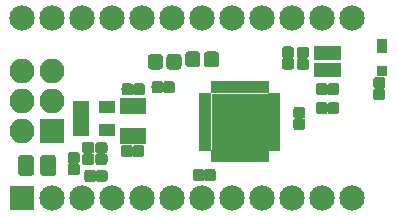
<source format=gbr>
G04 #@! TF.GenerationSoftware,KiCad,Pcbnew,(5.0.0)*
G04 #@! TF.CreationDate,2018-09-27T10:12:34-06:00*
G04 #@! TF.ProjectId,NRF52832 Base,4E5246353238333220426173652E6B69,rev?*
G04 #@! TF.SameCoordinates,Original*
G04 #@! TF.FileFunction,Soldermask,Top*
G04 #@! TF.FilePolarity,Negative*
%FSLAX46Y46*%
G04 Gerber Fmt 4.6, Leading zero omitted, Abs format (unit mm)*
G04 Created by KiCad (PCBNEW (5.0.0)) date 09/27/18 10:12:34*
%MOMM*%
%LPD*%
G01*
G04 APERTURE LIST*
%ADD10C,0.100000*%
%ADD11C,0.990000*%
%ADD12C,1.275000*%
%ADD13R,1.200000X1.300000*%
%ADD14R,2.200000X1.400000*%
%ADD15R,1.050000X0.600000*%
%ADD16R,0.600000X1.050000*%
%ADD17R,4.800000X4.800000*%
%ADD18R,0.900000X0.900000*%
%ADD19R,0.900000X1.300000*%
%ADD20R,2.152600X2.152600*%
%ADD21C,2.152600*%
%ADD22R,2.100000X2.100000*%
%ADD23O,2.100000X2.100000*%
%ADD24C,1.375000*%
%ADD25R,1.460000X1.050000*%
G04 APERTURE END LIST*
D10*
G04 #@! TO.C,C1*
G36*
X138668879Y-87413452D02*
X138692905Y-87417016D01*
X138716465Y-87422917D01*
X138739334Y-87431100D01*
X138761291Y-87441484D01*
X138782124Y-87453971D01*
X138801632Y-87468440D01*
X138819629Y-87484751D01*
X138835940Y-87502748D01*
X138850409Y-87522256D01*
X138862896Y-87543089D01*
X138873280Y-87565046D01*
X138881463Y-87587915D01*
X138887364Y-87611475D01*
X138890928Y-87635501D01*
X138892120Y-87659760D01*
X138892120Y-88204760D01*
X138890928Y-88229019D01*
X138887364Y-88253045D01*
X138881463Y-88276605D01*
X138873280Y-88299474D01*
X138862896Y-88321431D01*
X138850409Y-88342264D01*
X138835940Y-88361772D01*
X138819629Y-88379769D01*
X138801632Y-88396080D01*
X138782124Y-88410549D01*
X138761291Y-88423036D01*
X138739334Y-88433420D01*
X138716465Y-88441603D01*
X138692905Y-88447504D01*
X138668879Y-88451068D01*
X138644620Y-88452260D01*
X138149620Y-88452260D01*
X138125361Y-88451068D01*
X138101335Y-88447504D01*
X138077775Y-88441603D01*
X138054906Y-88433420D01*
X138032949Y-88423036D01*
X138012116Y-88410549D01*
X137992608Y-88396080D01*
X137974611Y-88379769D01*
X137958300Y-88361772D01*
X137943831Y-88342264D01*
X137931344Y-88321431D01*
X137920960Y-88299474D01*
X137912777Y-88276605D01*
X137906876Y-88253045D01*
X137903312Y-88229019D01*
X137902120Y-88204760D01*
X137902120Y-87659760D01*
X137903312Y-87635501D01*
X137906876Y-87611475D01*
X137912777Y-87587915D01*
X137920960Y-87565046D01*
X137931344Y-87543089D01*
X137943831Y-87522256D01*
X137958300Y-87502748D01*
X137974611Y-87484751D01*
X137992608Y-87468440D01*
X138012116Y-87453971D01*
X138032949Y-87441484D01*
X138054906Y-87431100D01*
X138077775Y-87422917D01*
X138101335Y-87417016D01*
X138125361Y-87413452D01*
X138149620Y-87412260D01*
X138644620Y-87412260D01*
X138668879Y-87413452D01*
X138668879Y-87413452D01*
G37*
D11*
X138397120Y-87932260D03*
D10*
G36*
X139638879Y-87413452D02*
X139662905Y-87417016D01*
X139686465Y-87422917D01*
X139709334Y-87431100D01*
X139731291Y-87441484D01*
X139752124Y-87453971D01*
X139771632Y-87468440D01*
X139789629Y-87484751D01*
X139805940Y-87502748D01*
X139820409Y-87522256D01*
X139832896Y-87543089D01*
X139843280Y-87565046D01*
X139851463Y-87587915D01*
X139857364Y-87611475D01*
X139860928Y-87635501D01*
X139862120Y-87659760D01*
X139862120Y-88204760D01*
X139860928Y-88229019D01*
X139857364Y-88253045D01*
X139851463Y-88276605D01*
X139843280Y-88299474D01*
X139832896Y-88321431D01*
X139820409Y-88342264D01*
X139805940Y-88361772D01*
X139789629Y-88379769D01*
X139771632Y-88396080D01*
X139752124Y-88410549D01*
X139731291Y-88423036D01*
X139709334Y-88433420D01*
X139686465Y-88441603D01*
X139662905Y-88447504D01*
X139638879Y-88451068D01*
X139614620Y-88452260D01*
X139119620Y-88452260D01*
X139095361Y-88451068D01*
X139071335Y-88447504D01*
X139047775Y-88441603D01*
X139024906Y-88433420D01*
X139002949Y-88423036D01*
X138982116Y-88410549D01*
X138962608Y-88396080D01*
X138944611Y-88379769D01*
X138928300Y-88361772D01*
X138913831Y-88342264D01*
X138901344Y-88321431D01*
X138890960Y-88299474D01*
X138882777Y-88276605D01*
X138876876Y-88253045D01*
X138873312Y-88229019D01*
X138872120Y-88204760D01*
X138872120Y-87659760D01*
X138873312Y-87635501D01*
X138876876Y-87611475D01*
X138882777Y-87587915D01*
X138890960Y-87565046D01*
X138901344Y-87543089D01*
X138913831Y-87522256D01*
X138928300Y-87502748D01*
X138944611Y-87484751D01*
X138962608Y-87468440D01*
X138982116Y-87453971D01*
X139002949Y-87441484D01*
X139024906Y-87431100D01*
X139047775Y-87422917D01*
X139071335Y-87417016D01*
X139095361Y-87413452D01*
X139119620Y-87412260D01*
X139614620Y-87412260D01*
X139638879Y-87413452D01*
X139638879Y-87413452D01*
G37*
D11*
X139367120Y-87932260D03*
G04 #@! TD*
D10*
G04 #@! TO.C,C2*
G36*
X137088459Y-84337252D02*
X137112485Y-84340816D01*
X137136045Y-84346717D01*
X137158914Y-84354900D01*
X137180871Y-84365284D01*
X137201704Y-84377771D01*
X137221212Y-84392240D01*
X137239209Y-84408551D01*
X137255520Y-84426548D01*
X137269989Y-84446056D01*
X137282476Y-84466889D01*
X137292860Y-84488846D01*
X137301043Y-84511715D01*
X137306944Y-84535275D01*
X137310508Y-84559301D01*
X137311700Y-84583560D01*
X137311700Y-85078560D01*
X137310508Y-85102819D01*
X137306944Y-85126845D01*
X137301043Y-85150405D01*
X137292860Y-85173274D01*
X137282476Y-85195231D01*
X137269989Y-85216064D01*
X137255520Y-85235572D01*
X137239209Y-85253569D01*
X137221212Y-85269880D01*
X137201704Y-85284349D01*
X137180871Y-85296836D01*
X137158914Y-85307220D01*
X137136045Y-85315403D01*
X137112485Y-85321304D01*
X137088459Y-85324868D01*
X137064200Y-85326060D01*
X136519200Y-85326060D01*
X136494941Y-85324868D01*
X136470915Y-85321304D01*
X136447355Y-85315403D01*
X136424486Y-85307220D01*
X136402529Y-85296836D01*
X136381696Y-85284349D01*
X136362188Y-85269880D01*
X136344191Y-85253569D01*
X136327880Y-85235572D01*
X136313411Y-85216064D01*
X136300924Y-85195231D01*
X136290540Y-85173274D01*
X136282357Y-85150405D01*
X136276456Y-85126845D01*
X136272892Y-85102819D01*
X136271700Y-85078560D01*
X136271700Y-84583560D01*
X136272892Y-84559301D01*
X136276456Y-84535275D01*
X136282357Y-84511715D01*
X136290540Y-84488846D01*
X136300924Y-84466889D01*
X136313411Y-84446056D01*
X136327880Y-84426548D01*
X136344191Y-84408551D01*
X136362188Y-84392240D01*
X136381696Y-84377771D01*
X136402529Y-84365284D01*
X136424486Y-84354900D01*
X136447355Y-84346717D01*
X136470915Y-84340816D01*
X136494941Y-84337252D01*
X136519200Y-84336060D01*
X137064200Y-84336060D01*
X137088459Y-84337252D01*
X137088459Y-84337252D01*
G37*
D11*
X136791700Y-84831060D03*
D10*
G36*
X137088459Y-85307252D02*
X137112485Y-85310816D01*
X137136045Y-85316717D01*
X137158914Y-85324900D01*
X137180871Y-85335284D01*
X137201704Y-85347771D01*
X137221212Y-85362240D01*
X137239209Y-85378551D01*
X137255520Y-85396548D01*
X137269989Y-85416056D01*
X137282476Y-85436889D01*
X137292860Y-85458846D01*
X137301043Y-85481715D01*
X137306944Y-85505275D01*
X137310508Y-85529301D01*
X137311700Y-85553560D01*
X137311700Y-86048560D01*
X137310508Y-86072819D01*
X137306944Y-86096845D01*
X137301043Y-86120405D01*
X137292860Y-86143274D01*
X137282476Y-86165231D01*
X137269989Y-86186064D01*
X137255520Y-86205572D01*
X137239209Y-86223569D01*
X137221212Y-86239880D01*
X137201704Y-86254349D01*
X137180871Y-86266836D01*
X137158914Y-86277220D01*
X137136045Y-86285403D01*
X137112485Y-86291304D01*
X137088459Y-86294868D01*
X137064200Y-86296060D01*
X136519200Y-86296060D01*
X136494941Y-86294868D01*
X136470915Y-86291304D01*
X136447355Y-86285403D01*
X136424486Y-86277220D01*
X136402529Y-86266836D01*
X136381696Y-86254349D01*
X136362188Y-86239880D01*
X136344191Y-86223569D01*
X136327880Y-86205572D01*
X136313411Y-86186064D01*
X136300924Y-86165231D01*
X136290540Y-86143274D01*
X136282357Y-86120405D01*
X136276456Y-86096845D01*
X136272892Y-86072819D01*
X136271700Y-86048560D01*
X136271700Y-85553560D01*
X136272892Y-85529301D01*
X136276456Y-85505275D01*
X136282357Y-85481715D01*
X136290540Y-85458846D01*
X136300924Y-85436889D01*
X136313411Y-85416056D01*
X136327880Y-85396548D01*
X136344191Y-85378551D01*
X136362188Y-85362240D01*
X136381696Y-85347771D01*
X136402529Y-85335284D01*
X136424486Y-85324900D01*
X136447355Y-85316717D01*
X136470915Y-85310816D01*
X136494941Y-85307252D01*
X136519200Y-85306060D01*
X137064200Y-85306060D01*
X137088459Y-85307252D01*
X137088459Y-85307252D01*
G37*
D11*
X136791700Y-85801060D03*
G04 #@! TD*
D10*
G04 #@! TO.C,C3*
G36*
X136793819Y-89429952D02*
X136817845Y-89433516D01*
X136841405Y-89439417D01*
X136864274Y-89447600D01*
X136886231Y-89457984D01*
X136907064Y-89470471D01*
X136926572Y-89484940D01*
X136944569Y-89501251D01*
X136960880Y-89519248D01*
X136975349Y-89538756D01*
X136987836Y-89559589D01*
X136998220Y-89581546D01*
X137006403Y-89604415D01*
X137012304Y-89627975D01*
X137015868Y-89652001D01*
X137017060Y-89676260D01*
X137017060Y-90171260D01*
X137015868Y-90195519D01*
X137012304Y-90219545D01*
X137006403Y-90243105D01*
X136998220Y-90265974D01*
X136987836Y-90287931D01*
X136975349Y-90308764D01*
X136960880Y-90328272D01*
X136944569Y-90346269D01*
X136926572Y-90362580D01*
X136907064Y-90377049D01*
X136886231Y-90389536D01*
X136864274Y-90399920D01*
X136841405Y-90408103D01*
X136817845Y-90414004D01*
X136793819Y-90417568D01*
X136769560Y-90418760D01*
X136224560Y-90418760D01*
X136200301Y-90417568D01*
X136176275Y-90414004D01*
X136152715Y-90408103D01*
X136129846Y-90399920D01*
X136107889Y-90389536D01*
X136087056Y-90377049D01*
X136067548Y-90362580D01*
X136049551Y-90346269D01*
X136033240Y-90328272D01*
X136018771Y-90308764D01*
X136006284Y-90287931D01*
X135995900Y-90265974D01*
X135987717Y-90243105D01*
X135981816Y-90219545D01*
X135978252Y-90195519D01*
X135977060Y-90171260D01*
X135977060Y-89676260D01*
X135978252Y-89652001D01*
X135981816Y-89627975D01*
X135987717Y-89604415D01*
X135995900Y-89581546D01*
X136006284Y-89559589D01*
X136018771Y-89538756D01*
X136033240Y-89519248D01*
X136049551Y-89501251D01*
X136067548Y-89484940D01*
X136087056Y-89470471D01*
X136107889Y-89457984D01*
X136129846Y-89447600D01*
X136152715Y-89439417D01*
X136176275Y-89433516D01*
X136200301Y-89429952D01*
X136224560Y-89428760D01*
X136769560Y-89428760D01*
X136793819Y-89429952D01*
X136793819Y-89429952D01*
G37*
D11*
X136497060Y-89923760D03*
D10*
G36*
X136793819Y-90399952D02*
X136817845Y-90403516D01*
X136841405Y-90409417D01*
X136864274Y-90417600D01*
X136886231Y-90427984D01*
X136907064Y-90440471D01*
X136926572Y-90454940D01*
X136944569Y-90471251D01*
X136960880Y-90489248D01*
X136975349Y-90508756D01*
X136987836Y-90529589D01*
X136998220Y-90551546D01*
X137006403Y-90574415D01*
X137012304Y-90597975D01*
X137015868Y-90622001D01*
X137017060Y-90646260D01*
X137017060Y-91141260D01*
X137015868Y-91165519D01*
X137012304Y-91189545D01*
X137006403Y-91213105D01*
X136998220Y-91235974D01*
X136987836Y-91257931D01*
X136975349Y-91278764D01*
X136960880Y-91298272D01*
X136944569Y-91316269D01*
X136926572Y-91332580D01*
X136907064Y-91347049D01*
X136886231Y-91359536D01*
X136864274Y-91369920D01*
X136841405Y-91378103D01*
X136817845Y-91384004D01*
X136793819Y-91387568D01*
X136769560Y-91388760D01*
X136224560Y-91388760D01*
X136200301Y-91387568D01*
X136176275Y-91384004D01*
X136152715Y-91378103D01*
X136129846Y-91369920D01*
X136107889Y-91359536D01*
X136087056Y-91347049D01*
X136067548Y-91332580D01*
X136049551Y-91316269D01*
X136033240Y-91298272D01*
X136018771Y-91278764D01*
X136006284Y-91257931D01*
X135995900Y-91235974D01*
X135987717Y-91213105D01*
X135981816Y-91189545D01*
X135978252Y-91165519D01*
X135977060Y-91141260D01*
X135977060Y-90646260D01*
X135978252Y-90622001D01*
X135981816Y-90597975D01*
X135987717Y-90574415D01*
X135995900Y-90551546D01*
X136006284Y-90529589D01*
X136018771Y-90508756D01*
X136033240Y-90489248D01*
X136049551Y-90471251D01*
X136067548Y-90454940D01*
X136087056Y-90440471D01*
X136107889Y-90427984D01*
X136129846Y-90417600D01*
X136152715Y-90409417D01*
X136176275Y-90403516D01*
X136200301Y-90399952D01*
X136224560Y-90398760D01*
X136769560Y-90398760D01*
X136793819Y-90399952D01*
X136793819Y-90399952D01*
G37*
D11*
X136497060Y-90893760D03*
G04 #@! TD*
D10*
G04 #@! TO.C,C4*
G36*
X124754759Y-87238192D02*
X124778785Y-87241756D01*
X124802345Y-87247657D01*
X124825214Y-87255840D01*
X124847171Y-87266224D01*
X124868004Y-87278711D01*
X124887512Y-87293180D01*
X124905509Y-87309491D01*
X124921820Y-87327488D01*
X124936289Y-87346996D01*
X124948776Y-87367829D01*
X124959160Y-87389786D01*
X124967343Y-87412655D01*
X124973244Y-87436215D01*
X124976808Y-87460241D01*
X124978000Y-87484500D01*
X124978000Y-88029500D01*
X124976808Y-88053759D01*
X124973244Y-88077785D01*
X124967343Y-88101345D01*
X124959160Y-88124214D01*
X124948776Y-88146171D01*
X124936289Y-88167004D01*
X124921820Y-88186512D01*
X124905509Y-88204509D01*
X124887512Y-88220820D01*
X124868004Y-88235289D01*
X124847171Y-88247776D01*
X124825214Y-88258160D01*
X124802345Y-88266343D01*
X124778785Y-88272244D01*
X124754759Y-88275808D01*
X124730500Y-88277000D01*
X124235500Y-88277000D01*
X124211241Y-88275808D01*
X124187215Y-88272244D01*
X124163655Y-88266343D01*
X124140786Y-88258160D01*
X124118829Y-88247776D01*
X124097996Y-88235289D01*
X124078488Y-88220820D01*
X124060491Y-88204509D01*
X124044180Y-88186512D01*
X124029711Y-88167004D01*
X124017224Y-88146171D01*
X124006840Y-88124214D01*
X123998657Y-88101345D01*
X123992756Y-88077785D01*
X123989192Y-88053759D01*
X123988000Y-88029500D01*
X123988000Y-87484500D01*
X123989192Y-87460241D01*
X123992756Y-87436215D01*
X123998657Y-87412655D01*
X124006840Y-87389786D01*
X124017224Y-87367829D01*
X124029711Y-87346996D01*
X124044180Y-87327488D01*
X124060491Y-87309491D01*
X124078488Y-87293180D01*
X124097996Y-87278711D01*
X124118829Y-87266224D01*
X124140786Y-87255840D01*
X124163655Y-87247657D01*
X124187215Y-87241756D01*
X124211241Y-87238192D01*
X124235500Y-87237000D01*
X124730500Y-87237000D01*
X124754759Y-87238192D01*
X124754759Y-87238192D01*
G37*
D11*
X124483000Y-87757000D03*
D10*
G36*
X125724759Y-87238192D02*
X125748785Y-87241756D01*
X125772345Y-87247657D01*
X125795214Y-87255840D01*
X125817171Y-87266224D01*
X125838004Y-87278711D01*
X125857512Y-87293180D01*
X125875509Y-87309491D01*
X125891820Y-87327488D01*
X125906289Y-87346996D01*
X125918776Y-87367829D01*
X125929160Y-87389786D01*
X125937343Y-87412655D01*
X125943244Y-87436215D01*
X125946808Y-87460241D01*
X125948000Y-87484500D01*
X125948000Y-88029500D01*
X125946808Y-88053759D01*
X125943244Y-88077785D01*
X125937343Y-88101345D01*
X125929160Y-88124214D01*
X125918776Y-88146171D01*
X125906289Y-88167004D01*
X125891820Y-88186512D01*
X125875509Y-88204509D01*
X125857512Y-88220820D01*
X125838004Y-88235289D01*
X125817171Y-88247776D01*
X125795214Y-88258160D01*
X125772345Y-88266343D01*
X125748785Y-88272244D01*
X125724759Y-88275808D01*
X125700500Y-88277000D01*
X125205500Y-88277000D01*
X125181241Y-88275808D01*
X125157215Y-88272244D01*
X125133655Y-88266343D01*
X125110786Y-88258160D01*
X125088829Y-88247776D01*
X125067996Y-88235289D01*
X125048488Y-88220820D01*
X125030491Y-88204509D01*
X125014180Y-88186512D01*
X124999711Y-88167004D01*
X124987224Y-88146171D01*
X124976840Y-88124214D01*
X124968657Y-88101345D01*
X124962756Y-88077785D01*
X124959192Y-88053759D01*
X124958000Y-88029500D01*
X124958000Y-87484500D01*
X124959192Y-87460241D01*
X124962756Y-87436215D01*
X124968657Y-87412655D01*
X124976840Y-87389786D01*
X124987224Y-87367829D01*
X124999711Y-87346996D01*
X125014180Y-87327488D01*
X125030491Y-87309491D01*
X125048488Y-87293180D01*
X125067996Y-87278711D01*
X125088829Y-87266224D01*
X125110786Y-87255840D01*
X125133655Y-87247657D01*
X125157215Y-87241756D01*
X125181241Y-87238192D01*
X125205500Y-87237000D01*
X125700500Y-87237000D01*
X125724759Y-87238192D01*
X125724759Y-87238192D01*
G37*
D11*
X125453000Y-87757000D03*
G04 #@! TD*
D10*
G04 #@! TO.C,C5*
G36*
X129202159Y-94680392D02*
X129226185Y-94683956D01*
X129249745Y-94689857D01*
X129272614Y-94698040D01*
X129294571Y-94708424D01*
X129315404Y-94720911D01*
X129334912Y-94735380D01*
X129352909Y-94751691D01*
X129369220Y-94769688D01*
X129383689Y-94789196D01*
X129396176Y-94810029D01*
X129406560Y-94831986D01*
X129414743Y-94854855D01*
X129420644Y-94878415D01*
X129424208Y-94902441D01*
X129425400Y-94926700D01*
X129425400Y-95471700D01*
X129424208Y-95495959D01*
X129420644Y-95519985D01*
X129414743Y-95543545D01*
X129406560Y-95566414D01*
X129396176Y-95588371D01*
X129383689Y-95609204D01*
X129369220Y-95628712D01*
X129352909Y-95646709D01*
X129334912Y-95663020D01*
X129315404Y-95677489D01*
X129294571Y-95689976D01*
X129272614Y-95700360D01*
X129249745Y-95708543D01*
X129226185Y-95714444D01*
X129202159Y-95718008D01*
X129177900Y-95719200D01*
X128682900Y-95719200D01*
X128658641Y-95718008D01*
X128634615Y-95714444D01*
X128611055Y-95708543D01*
X128588186Y-95700360D01*
X128566229Y-95689976D01*
X128545396Y-95677489D01*
X128525888Y-95663020D01*
X128507891Y-95646709D01*
X128491580Y-95628712D01*
X128477111Y-95609204D01*
X128464624Y-95588371D01*
X128454240Y-95566414D01*
X128446057Y-95543545D01*
X128440156Y-95519985D01*
X128436592Y-95495959D01*
X128435400Y-95471700D01*
X128435400Y-94926700D01*
X128436592Y-94902441D01*
X128440156Y-94878415D01*
X128446057Y-94854855D01*
X128454240Y-94831986D01*
X128464624Y-94810029D01*
X128477111Y-94789196D01*
X128491580Y-94769688D01*
X128507891Y-94751691D01*
X128525888Y-94735380D01*
X128545396Y-94720911D01*
X128566229Y-94708424D01*
X128588186Y-94698040D01*
X128611055Y-94689857D01*
X128634615Y-94683956D01*
X128658641Y-94680392D01*
X128682900Y-94679200D01*
X129177900Y-94679200D01*
X129202159Y-94680392D01*
X129202159Y-94680392D01*
G37*
D11*
X128930400Y-95199200D03*
D10*
G36*
X128232159Y-94680392D02*
X128256185Y-94683956D01*
X128279745Y-94689857D01*
X128302614Y-94698040D01*
X128324571Y-94708424D01*
X128345404Y-94720911D01*
X128364912Y-94735380D01*
X128382909Y-94751691D01*
X128399220Y-94769688D01*
X128413689Y-94789196D01*
X128426176Y-94810029D01*
X128436560Y-94831986D01*
X128444743Y-94854855D01*
X128450644Y-94878415D01*
X128454208Y-94902441D01*
X128455400Y-94926700D01*
X128455400Y-95471700D01*
X128454208Y-95495959D01*
X128450644Y-95519985D01*
X128444743Y-95543545D01*
X128436560Y-95566414D01*
X128426176Y-95588371D01*
X128413689Y-95609204D01*
X128399220Y-95628712D01*
X128382909Y-95646709D01*
X128364912Y-95663020D01*
X128345404Y-95677489D01*
X128324571Y-95689976D01*
X128302614Y-95700360D01*
X128279745Y-95708543D01*
X128256185Y-95714444D01*
X128232159Y-95718008D01*
X128207900Y-95719200D01*
X127712900Y-95719200D01*
X127688641Y-95718008D01*
X127664615Y-95714444D01*
X127641055Y-95708543D01*
X127618186Y-95700360D01*
X127596229Y-95689976D01*
X127575396Y-95677489D01*
X127555888Y-95663020D01*
X127537891Y-95646709D01*
X127521580Y-95628712D01*
X127507111Y-95609204D01*
X127494624Y-95588371D01*
X127484240Y-95566414D01*
X127476057Y-95543545D01*
X127470156Y-95519985D01*
X127466592Y-95495959D01*
X127465400Y-95471700D01*
X127465400Y-94926700D01*
X127466592Y-94902441D01*
X127470156Y-94878415D01*
X127476057Y-94854855D01*
X127484240Y-94831986D01*
X127494624Y-94810029D01*
X127507111Y-94789196D01*
X127521580Y-94769688D01*
X127537891Y-94751691D01*
X127555888Y-94735380D01*
X127575396Y-94720911D01*
X127596229Y-94708424D01*
X127618186Y-94698040D01*
X127641055Y-94689857D01*
X127664615Y-94683956D01*
X127688641Y-94680392D01*
X127712900Y-94679200D01*
X128207900Y-94679200D01*
X128232159Y-94680392D01*
X128232159Y-94680392D01*
G37*
D11*
X127960400Y-95199200D03*
G04 #@! TD*
D10*
G04 #@! TO.C,C7*
G36*
X139641559Y-89016192D02*
X139665585Y-89019756D01*
X139689145Y-89025657D01*
X139712014Y-89033840D01*
X139733971Y-89044224D01*
X139754804Y-89056711D01*
X139774312Y-89071180D01*
X139792309Y-89087491D01*
X139808620Y-89105488D01*
X139823089Y-89124996D01*
X139835576Y-89145829D01*
X139845960Y-89167786D01*
X139854143Y-89190655D01*
X139860044Y-89214215D01*
X139863608Y-89238241D01*
X139864800Y-89262500D01*
X139864800Y-89807500D01*
X139863608Y-89831759D01*
X139860044Y-89855785D01*
X139854143Y-89879345D01*
X139845960Y-89902214D01*
X139835576Y-89924171D01*
X139823089Y-89945004D01*
X139808620Y-89964512D01*
X139792309Y-89982509D01*
X139774312Y-89998820D01*
X139754804Y-90013289D01*
X139733971Y-90025776D01*
X139712014Y-90036160D01*
X139689145Y-90044343D01*
X139665585Y-90050244D01*
X139641559Y-90053808D01*
X139617300Y-90055000D01*
X139122300Y-90055000D01*
X139098041Y-90053808D01*
X139074015Y-90050244D01*
X139050455Y-90044343D01*
X139027586Y-90036160D01*
X139005629Y-90025776D01*
X138984796Y-90013289D01*
X138965288Y-89998820D01*
X138947291Y-89982509D01*
X138930980Y-89964512D01*
X138916511Y-89945004D01*
X138904024Y-89924171D01*
X138893640Y-89902214D01*
X138885457Y-89879345D01*
X138879556Y-89855785D01*
X138875992Y-89831759D01*
X138874800Y-89807500D01*
X138874800Y-89262500D01*
X138875992Y-89238241D01*
X138879556Y-89214215D01*
X138885457Y-89190655D01*
X138893640Y-89167786D01*
X138904024Y-89145829D01*
X138916511Y-89124996D01*
X138930980Y-89105488D01*
X138947291Y-89087491D01*
X138965288Y-89071180D01*
X138984796Y-89056711D01*
X139005629Y-89044224D01*
X139027586Y-89033840D01*
X139050455Y-89025657D01*
X139074015Y-89019756D01*
X139098041Y-89016192D01*
X139122300Y-89015000D01*
X139617300Y-89015000D01*
X139641559Y-89016192D01*
X139641559Y-89016192D01*
G37*
D11*
X139369800Y-89535000D03*
D10*
G36*
X138671559Y-89016192D02*
X138695585Y-89019756D01*
X138719145Y-89025657D01*
X138742014Y-89033840D01*
X138763971Y-89044224D01*
X138784804Y-89056711D01*
X138804312Y-89071180D01*
X138822309Y-89087491D01*
X138838620Y-89105488D01*
X138853089Y-89124996D01*
X138865576Y-89145829D01*
X138875960Y-89167786D01*
X138884143Y-89190655D01*
X138890044Y-89214215D01*
X138893608Y-89238241D01*
X138894800Y-89262500D01*
X138894800Y-89807500D01*
X138893608Y-89831759D01*
X138890044Y-89855785D01*
X138884143Y-89879345D01*
X138875960Y-89902214D01*
X138865576Y-89924171D01*
X138853089Y-89945004D01*
X138838620Y-89964512D01*
X138822309Y-89982509D01*
X138804312Y-89998820D01*
X138784804Y-90013289D01*
X138763971Y-90025776D01*
X138742014Y-90036160D01*
X138719145Y-90044343D01*
X138695585Y-90050244D01*
X138671559Y-90053808D01*
X138647300Y-90055000D01*
X138152300Y-90055000D01*
X138128041Y-90053808D01*
X138104015Y-90050244D01*
X138080455Y-90044343D01*
X138057586Y-90036160D01*
X138035629Y-90025776D01*
X138014796Y-90013289D01*
X137995288Y-89998820D01*
X137977291Y-89982509D01*
X137960980Y-89964512D01*
X137946511Y-89945004D01*
X137934024Y-89924171D01*
X137923640Y-89902214D01*
X137915457Y-89879345D01*
X137909556Y-89855785D01*
X137905992Y-89831759D01*
X137904800Y-89807500D01*
X137904800Y-89262500D01*
X137905992Y-89238241D01*
X137909556Y-89214215D01*
X137915457Y-89190655D01*
X137923640Y-89167786D01*
X137934024Y-89145829D01*
X137946511Y-89124996D01*
X137960980Y-89105488D01*
X137977291Y-89087491D01*
X137995288Y-89071180D01*
X138014796Y-89056711D01*
X138035629Y-89044224D01*
X138057586Y-89033840D01*
X138080455Y-89025657D01*
X138104015Y-89019756D01*
X138128041Y-89016192D01*
X138152300Y-89015000D01*
X138647300Y-89015000D01*
X138671559Y-89016192D01*
X138671559Y-89016192D01*
G37*
D11*
X138399800Y-89535000D03*
G04 #@! TD*
D10*
G04 #@! TO.C,C8*
G36*
X135831159Y-85284392D02*
X135855185Y-85287956D01*
X135878745Y-85293857D01*
X135901614Y-85302040D01*
X135923571Y-85312424D01*
X135944404Y-85324911D01*
X135963912Y-85339380D01*
X135981909Y-85355691D01*
X135998220Y-85373688D01*
X136012689Y-85393196D01*
X136025176Y-85414029D01*
X136035560Y-85435986D01*
X136043743Y-85458855D01*
X136049644Y-85482415D01*
X136053208Y-85506441D01*
X136054400Y-85530700D01*
X136054400Y-86025700D01*
X136053208Y-86049959D01*
X136049644Y-86073985D01*
X136043743Y-86097545D01*
X136035560Y-86120414D01*
X136025176Y-86142371D01*
X136012689Y-86163204D01*
X135998220Y-86182712D01*
X135981909Y-86200709D01*
X135963912Y-86217020D01*
X135944404Y-86231489D01*
X135923571Y-86243976D01*
X135901614Y-86254360D01*
X135878745Y-86262543D01*
X135855185Y-86268444D01*
X135831159Y-86272008D01*
X135806900Y-86273200D01*
X135261900Y-86273200D01*
X135237641Y-86272008D01*
X135213615Y-86268444D01*
X135190055Y-86262543D01*
X135167186Y-86254360D01*
X135145229Y-86243976D01*
X135124396Y-86231489D01*
X135104888Y-86217020D01*
X135086891Y-86200709D01*
X135070580Y-86182712D01*
X135056111Y-86163204D01*
X135043624Y-86142371D01*
X135033240Y-86120414D01*
X135025057Y-86097545D01*
X135019156Y-86073985D01*
X135015592Y-86049959D01*
X135014400Y-86025700D01*
X135014400Y-85530700D01*
X135015592Y-85506441D01*
X135019156Y-85482415D01*
X135025057Y-85458855D01*
X135033240Y-85435986D01*
X135043624Y-85414029D01*
X135056111Y-85393196D01*
X135070580Y-85373688D01*
X135086891Y-85355691D01*
X135104888Y-85339380D01*
X135124396Y-85324911D01*
X135145229Y-85312424D01*
X135167186Y-85302040D01*
X135190055Y-85293857D01*
X135213615Y-85287956D01*
X135237641Y-85284392D01*
X135261900Y-85283200D01*
X135806900Y-85283200D01*
X135831159Y-85284392D01*
X135831159Y-85284392D01*
G37*
D11*
X135534400Y-85778200D03*
D10*
G36*
X135831159Y-84314392D02*
X135855185Y-84317956D01*
X135878745Y-84323857D01*
X135901614Y-84332040D01*
X135923571Y-84342424D01*
X135944404Y-84354911D01*
X135963912Y-84369380D01*
X135981909Y-84385691D01*
X135998220Y-84403688D01*
X136012689Y-84423196D01*
X136025176Y-84444029D01*
X136035560Y-84465986D01*
X136043743Y-84488855D01*
X136049644Y-84512415D01*
X136053208Y-84536441D01*
X136054400Y-84560700D01*
X136054400Y-85055700D01*
X136053208Y-85079959D01*
X136049644Y-85103985D01*
X136043743Y-85127545D01*
X136035560Y-85150414D01*
X136025176Y-85172371D01*
X136012689Y-85193204D01*
X135998220Y-85212712D01*
X135981909Y-85230709D01*
X135963912Y-85247020D01*
X135944404Y-85261489D01*
X135923571Y-85273976D01*
X135901614Y-85284360D01*
X135878745Y-85292543D01*
X135855185Y-85298444D01*
X135831159Y-85302008D01*
X135806900Y-85303200D01*
X135261900Y-85303200D01*
X135237641Y-85302008D01*
X135213615Y-85298444D01*
X135190055Y-85292543D01*
X135167186Y-85284360D01*
X135145229Y-85273976D01*
X135124396Y-85261489D01*
X135104888Y-85247020D01*
X135086891Y-85230709D01*
X135070580Y-85212712D01*
X135056111Y-85193204D01*
X135043624Y-85172371D01*
X135033240Y-85150414D01*
X135025057Y-85127545D01*
X135019156Y-85103985D01*
X135015592Y-85079959D01*
X135014400Y-85055700D01*
X135014400Y-84560700D01*
X135015592Y-84536441D01*
X135019156Y-84512415D01*
X135025057Y-84488855D01*
X135033240Y-84465986D01*
X135043624Y-84444029D01*
X135056111Y-84423196D01*
X135070580Y-84403688D01*
X135086891Y-84385691D01*
X135104888Y-84369380D01*
X135124396Y-84354911D01*
X135145229Y-84342424D01*
X135167186Y-84332040D01*
X135190055Y-84323857D01*
X135213615Y-84317956D01*
X135237641Y-84314392D01*
X135261900Y-84313200D01*
X135806900Y-84313200D01*
X135831159Y-84314392D01*
X135831159Y-84314392D01*
G37*
D11*
X135534400Y-84808200D03*
G04 #@! TD*
D10*
G04 #@! TO.C,C9*
G36*
X124657493Y-84924535D02*
X124688435Y-84929125D01*
X124718778Y-84936725D01*
X124748230Y-84947263D01*
X124776508Y-84960638D01*
X124803338Y-84976719D01*
X124828463Y-84995353D01*
X124851640Y-85016360D01*
X124872647Y-85039537D01*
X124891281Y-85064662D01*
X124907362Y-85091492D01*
X124920737Y-85119770D01*
X124931275Y-85149222D01*
X124938875Y-85179565D01*
X124943465Y-85210507D01*
X124945000Y-85241750D01*
X124945000Y-85954250D01*
X124943465Y-85985493D01*
X124938875Y-86016435D01*
X124931275Y-86046778D01*
X124920737Y-86076230D01*
X124907362Y-86104508D01*
X124891281Y-86131338D01*
X124872647Y-86156463D01*
X124851640Y-86179640D01*
X124828463Y-86200647D01*
X124803338Y-86219281D01*
X124776508Y-86235362D01*
X124748230Y-86248737D01*
X124718778Y-86259275D01*
X124688435Y-86266875D01*
X124657493Y-86271465D01*
X124626250Y-86273000D01*
X123988750Y-86273000D01*
X123957507Y-86271465D01*
X123926565Y-86266875D01*
X123896222Y-86259275D01*
X123866770Y-86248737D01*
X123838492Y-86235362D01*
X123811662Y-86219281D01*
X123786537Y-86200647D01*
X123763360Y-86179640D01*
X123742353Y-86156463D01*
X123723719Y-86131338D01*
X123707638Y-86104508D01*
X123694263Y-86076230D01*
X123683725Y-86046778D01*
X123676125Y-86016435D01*
X123671535Y-85985493D01*
X123670000Y-85954250D01*
X123670000Y-85241750D01*
X123671535Y-85210507D01*
X123676125Y-85179565D01*
X123683725Y-85149222D01*
X123694263Y-85119770D01*
X123707638Y-85091492D01*
X123723719Y-85064662D01*
X123742353Y-85039537D01*
X123763360Y-85016360D01*
X123786537Y-84995353D01*
X123811662Y-84976719D01*
X123838492Y-84960638D01*
X123866770Y-84947263D01*
X123896222Y-84936725D01*
X123926565Y-84929125D01*
X123957507Y-84924535D01*
X123988750Y-84923000D01*
X124626250Y-84923000D01*
X124657493Y-84924535D01*
X124657493Y-84924535D01*
G37*
D12*
X124307500Y-85598000D03*
D10*
G36*
X126232493Y-84924535D02*
X126263435Y-84929125D01*
X126293778Y-84936725D01*
X126323230Y-84947263D01*
X126351508Y-84960638D01*
X126378338Y-84976719D01*
X126403463Y-84995353D01*
X126426640Y-85016360D01*
X126447647Y-85039537D01*
X126466281Y-85064662D01*
X126482362Y-85091492D01*
X126495737Y-85119770D01*
X126506275Y-85149222D01*
X126513875Y-85179565D01*
X126518465Y-85210507D01*
X126520000Y-85241750D01*
X126520000Y-85954250D01*
X126518465Y-85985493D01*
X126513875Y-86016435D01*
X126506275Y-86046778D01*
X126495737Y-86076230D01*
X126482362Y-86104508D01*
X126466281Y-86131338D01*
X126447647Y-86156463D01*
X126426640Y-86179640D01*
X126403463Y-86200647D01*
X126378338Y-86219281D01*
X126351508Y-86235362D01*
X126323230Y-86248737D01*
X126293778Y-86259275D01*
X126263435Y-86266875D01*
X126232493Y-86271465D01*
X126201250Y-86273000D01*
X125563750Y-86273000D01*
X125532507Y-86271465D01*
X125501565Y-86266875D01*
X125471222Y-86259275D01*
X125441770Y-86248737D01*
X125413492Y-86235362D01*
X125386662Y-86219281D01*
X125361537Y-86200647D01*
X125338360Y-86179640D01*
X125317353Y-86156463D01*
X125298719Y-86131338D01*
X125282638Y-86104508D01*
X125269263Y-86076230D01*
X125258725Y-86046778D01*
X125251125Y-86016435D01*
X125246535Y-85985493D01*
X125245000Y-85954250D01*
X125245000Y-85241750D01*
X125246535Y-85210507D01*
X125251125Y-85179565D01*
X125258725Y-85149222D01*
X125269263Y-85119770D01*
X125282638Y-85091492D01*
X125298719Y-85064662D01*
X125317353Y-85039537D01*
X125338360Y-85016360D01*
X125361537Y-84995353D01*
X125386662Y-84976719D01*
X125413492Y-84960638D01*
X125441770Y-84947263D01*
X125471222Y-84936725D01*
X125501565Y-84929125D01*
X125532507Y-84924535D01*
X125563750Y-84923000D01*
X126201250Y-84923000D01*
X126232493Y-84924535D01*
X126232493Y-84924535D01*
G37*
D12*
X125882500Y-85598000D03*
G04 #@! TD*
D10*
G04 #@! TO.C,C10*
G36*
X127832493Y-84721335D02*
X127863435Y-84725925D01*
X127893778Y-84733525D01*
X127923230Y-84744063D01*
X127951508Y-84757438D01*
X127978338Y-84773519D01*
X128003463Y-84792153D01*
X128026640Y-84813160D01*
X128047647Y-84836337D01*
X128066281Y-84861462D01*
X128082362Y-84888292D01*
X128095737Y-84916570D01*
X128106275Y-84946022D01*
X128113875Y-84976365D01*
X128118465Y-85007307D01*
X128120000Y-85038550D01*
X128120000Y-85751050D01*
X128118465Y-85782293D01*
X128113875Y-85813235D01*
X128106275Y-85843578D01*
X128095737Y-85873030D01*
X128082362Y-85901308D01*
X128066281Y-85928138D01*
X128047647Y-85953263D01*
X128026640Y-85976440D01*
X128003463Y-85997447D01*
X127978338Y-86016081D01*
X127951508Y-86032162D01*
X127923230Y-86045537D01*
X127893778Y-86056075D01*
X127863435Y-86063675D01*
X127832493Y-86068265D01*
X127801250Y-86069800D01*
X127163750Y-86069800D01*
X127132507Y-86068265D01*
X127101565Y-86063675D01*
X127071222Y-86056075D01*
X127041770Y-86045537D01*
X127013492Y-86032162D01*
X126986662Y-86016081D01*
X126961537Y-85997447D01*
X126938360Y-85976440D01*
X126917353Y-85953263D01*
X126898719Y-85928138D01*
X126882638Y-85901308D01*
X126869263Y-85873030D01*
X126858725Y-85843578D01*
X126851125Y-85813235D01*
X126846535Y-85782293D01*
X126845000Y-85751050D01*
X126845000Y-85038550D01*
X126846535Y-85007307D01*
X126851125Y-84976365D01*
X126858725Y-84946022D01*
X126869263Y-84916570D01*
X126882638Y-84888292D01*
X126898719Y-84861462D01*
X126917353Y-84836337D01*
X126938360Y-84813160D01*
X126961537Y-84792153D01*
X126986662Y-84773519D01*
X127013492Y-84757438D01*
X127041770Y-84744063D01*
X127071222Y-84733525D01*
X127101565Y-84725925D01*
X127132507Y-84721335D01*
X127163750Y-84719800D01*
X127801250Y-84719800D01*
X127832493Y-84721335D01*
X127832493Y-84721335D01*
G37*
D12*
X127482500Y-85394800D03*
D10*
G36*
X129407493Y-84721335D02*
X129438435Y-84725925D01*
X129468778Y-84733525D01*
X129498230Y-84744063D01*
X129526508Y-84757438D01*
X129553338Y-84773519D01*
X129578463Y-84792153D01*
X129601640Y-84813160D01*
X129622647Y-84836337D01*
X129641281Y-84861462D01*
X129657362Y-84888292D01*
X129670737Y-84916570D01*
X129681275Y-84946022D01*
X129688875Y-84976365D01*
X129693465Y-85007307D01*
X129695000Y-85038550D01*
X129695000Y-85751050D01*
X129693465Y-85782293D01*
X129688875Y-85813235D01*
X129681275Y-85843578D01*
X129670737Y-85873030D01*
X129657362Y-85901308D01*
X129641281Y-85928138D01*
X129622647Y-85953263D01*
X129601640Y-85976440D01*
X129578463Y-85997447D01*
X129553338Y-86016081D01*
X129526508Y-86032162D01*
X129498230Y-86045537D01*
X129468778Y-86056075D01*
X129438435Y-86063675D01*
X129407493Y-86068265D01*
X129376250Y-86069800D01*
X128738750Y-86069800D01*
X128707507Y-86068265D01*
X128676565Y-86063675D01*
X128646222Y-86056075D01*
X128616770Y-86045537D01*
X128588492Y-86032162D01*
X128561662Y-86016081D01*
X128536537Y-85997447D01*
X128513360Y-85976440D01*
X128492353Y-85953263D01*
X128473719Y-85928138D01*
X128457638Y-85901308D01*
X128444263Y-85873030D01*
X128433725Y-85843578D01*
X128426125Y-85813235D01*
X128421535Y-85782293D01*
X128420000Y-85751050D01*
X128420000Y-85038550D01*
X128421535Y-85007307D01*
X128426125Y-84976365D01*
X128433725Y-84946022D01*
X128444263Y-84916570D01*
X128457638Y-84888292D01*
X128473719Y-84861462D01*
X128492353Y-84836337D01*
X128513360Y-84813160D01*
X128536537Y-84792153D01*
X128561662Y-84773519D01*
X128588492Y-84757438D01*
X128616770Y-84744063D01*
X128646222Y-84733525D01*
X128676565Y-84725925D01*
X128707507Y-84721335D01*
X128738750Y-84719800D01*
X129376250Y-84719800D01*
X129407493Y-84721335D01*
X129407493Y-84721335D01*
G37*
D12*
X129057500Y-85394800D03*
G04 #@! TD*
D10*
G04 #@! TO.C,C11*
G36*
X123182219Y-87421072D02*
X123206245Y-87424636D01*
X123229805Y-87430537D01*
X123252674Y-87438720D01*
X123274631Y-87449104D01*
X123295464Y-87461591D01*
X123314972Y-87476060D01*
X123332969Y-87492371D01*
X123349280Y-87510368D01*
X123363749Y-87529876D01*
X123376236Y-87550709D01*
X123386620Y-87572666D01*
X123394803Y-87595535D01*
X123400704Y-87619095D01*
X123404268Y-87643121D01*
X123405460Y-87667380D01*
X123405460Y-88212380D01*
X123404268Y-88236639D01*
X123400704Y-88260665D01*
X123394803Y-88284225D01*
X123386620Y-88307094D01*
X123376236Y-88329051D01*
X123363749Y-88349884D01*
X123349280Y-88369392D01*
X123332969Y-88387389D01*
X123314972Y-88403700D01*
X123295464Y-88418169D01*
X123274631Y-88430656D01*
X123252674Y-88441040D01*
X123229805Y-88449223D01*
X123206245Y-88455124D01*
X123182219Y-88458688D01*
X123157960Y-88459880D01*
X122662960Y-88459880D01*
X122638701Y-88458688D01*
X122614675Y-88455124D01*
X122591115Y-88449223D01*
X122568246Y-88441040D01*
X122546289Y-88430656D01*
X122525456Y-88418169D01*
X122505948Y-88403700D01*
X122487951Y-88387389D01*
X122471640Y-88369392D01*
X122457171Y-88349884D01*
X122444684Y-88329051D01*
X122434300Y-88307094D01*
X122426117Y-88284225D01*
X122420216Y-88260665D01*
X122416652Y-88236639D01*
X122415460Y-88212380D01*
X122415460Y-87667380D01*
X122416652Y-87643121D01*
X122420216Y-87619095D01*
X122426117Y-87595535D01*
X122434300Y-87572666D01*
X122444684Y-87550709D01*
X122457171Y-87529876D01*
X122471640Y-87510368D01*
X122487951Y-87492371D01*
X122505948Y-87476060D01*
X122525456Y-87461591D01*
X122546289Y-87449104D01*
X122568246Y-87438720D01*
X122591115Y-87430537D01*
X122614675Y-87424636D01*
X122638701Y-87421072D01*
X122662960Y-87419880D01*
X123157960Y-87419880D01*
X123182219Y-87421072D01*
X123182219Y-87421072D01*
G37*
D11*
X122910460Y-87939880D03*
D10*
G36*
X122212219Y-87421072D02*
X122236245Y-87424636D01*
X122259805Y-87430537D01*
X122282674Y-87438720D01*
X122304631Y-87449104D01*
X122325464Y-87461591D01*
X122344972Y-87476060D01*
X122362969Y-87492371D01*
X122379280Y-87510368D01*
X122393749Y-87529876D01*
X122406236Y-87550709D01*
X122416620Y-87572666D01*
X122424803Y-87595535D01*
X122430704Y-87619095D01*
X122434268Y-87643121D01*
X122435460Y-87667380D01*
X122435460Y-88212380D01*
X122434268Y-88236639D01*
X122430704Y-88260665D01*
X122424803Y-88284225D01*
X122416620Y-88307094D01*
X122406236Y-88329051D01*
X122393749Y-88349884D01*
X122379280Y-88369392D01*
X122362969Y-88387389D01*
X122344972Y-88403700D01*
X122325464Y-88418169D01*
X122304631Y-88430656D01*
X122282674Y-88441040D01*
X122259805Y-88449223D01*
X122236245Y-88455124D01*
X122212219Y-88458688D01*
X122187960Y-88459880D01*
X121692960Y-88459880D01*
X121668701Y-88458688D01*
X121644675Y-88455124D01*
X121621115Y-88449223D01*
X121598246Y-88441040D01*
X121576289Y-88430656D01*
X121555456Y-88418169D01*
X121535948Y-88403700D01*
X121517951Y-88387389D01*
X121501640Y-88369392D01*
X121487171Y-88349884D01*
X121474684Y-88329051D01*
X121464300Y-88307094D01*
X121456117Y-88284225D01*
X121450216Y-88260665D01*
X121446652Y-88236639D01*
X121445460Y-88212380D01*
X121445460Y-87667380D01*
X121446652Y-87643121D01*
X121450216Y-87619095D01*
X121456117Y-87595535D01*
X121464300Y-87572666D01*
X121474684Y-87550709D01*
X121487171Y-87529876D01*
X121501640Y-87510368D01*
X121517951Y-87492371D01*
X121535948Y-87476060D01*
X121555456Y-87461591D01*
X121576289Y-87449104D01*
X121598246Y-87438720D01*
X121621115Y-87430537D01*
X121644675Y-87424636D01*
X121668701Y-87421072D01*
X121692960Y-87419880D01*
X122187960Y-87419880D01*
X122212219Y-87421072D01*
X122212219Y-87421072D01*
G37*
D11*
X121940460Y-87939880D03*
G04 #@! TD*
D10*
G04 #@! TO.C,C12*
G36*
X122176659Y-92648392D02*
X122200685Y-92651956D01*
X122224245Y-92657857D01*
X122247114Y-92666040D01*
X122269071Y-92676424D01*
X122289904Y-92688911D01*
X122309412Y-92703380D01*
X122327409Y-92719691D01*
X122343720Y-92737688D01*
X122358189Y-92757196D01*
X122370676Y-92778029D01*
X122381060Y-92799986D01*
X122389243Y-92822855D01*
X122395144Y-92846415D01*
X122398708Y-92870441D01*
X122399900Y-92894700D01*
X122399900Y-93439700D01*
X122398708Y-93463959D01*
X122395144Y-93487985D01*
X122389243Y-93511545D01*
X122381060Y-93534414D01*
X122370676Y-93556371D01*
X122358189Y-93577204D01*
X122343720Y-93596712D01*
X122327409Y-93614709D01*
X122309412Y-93631020D01*
X122289904Y-93645489D01*
X122269071Y-93657976D01*
X122247114Y-93668360D01*
X122224245Y-93676543D01*
X122200685Y-93682444D01*
X122176659Y-93686008D01*
X122152400Y-93687200D01*
X121657400Y-93687200D01*
X121633141Y-93686008D01*
X121609115Y-93682444D01*
X121585555Y-93676543D01*
X121562686Y-93668360D01*
X121540729Y-93657976D01*
X121519896Y-93645489D01*
X121500388Y-93631020D01*
X121482391Y-93614709D01*
X121466080Y-93596712D01*
X121451611Y-93577204D01*
X121439124Y-93556371D01*
X121428740Y-93534414D01*
X121420557Y-93511545D01*
X121414656Y-93487985D01*
X121411092Y-93463959D01*
X121409900Y-93439700D01*
X121409900Y-92894700D01*
X121411092Y-92870441D01*
X121414656Y-92846415D01*
X121420557Y-92822855D01*
X121428740Y-92799986D01*
X121439124Y-92778029D01*
X121451611Y-92757196D01*
X121466080Y-92737688D01*
X121482391Y-92719691D01*
X121500388Y-92703380D01*
X121519896Y-92688911D01*
X121540729Y-92676424D01*
X121562686Y-92666040D01*
X121585555Y-92657857D01*
X121609115Y-92651956D01*
X121633141Y-92648392D01*
X121657400Y-92647200D01*
X122152400Y-92647200D01*
X122176659Y-92648392D01*
X122176659Y-92648392D01*
G37*
D11*
X121904900Y-93167200D03*
D10*
G36*
X123146659Y-92648392D02*
X123170685Y-92651956D01*
X123194245Y-92657857D01*
X123217114Y-92666040D01*
X123239071Y-92676424D01*
X123259904Y-92688911D01*
X123279412Y-92703380D01*
X123297409Y-92719691D01*
X123313720Y-92737688D01*
X123328189Y-92757196D01*
X123340676Y-92778029D01*
X123351060Y-92799986D01*
X123359243Y-92822855D01*
X123365144Y-92846415D01*
X123368708Y-92870441D01*
X123369900Y-92894700D01*
X123369900Y-93439700D01*
X123368708Y-93463959D01*
X123365144Y-93487985D01*
X123359243Y-93511545D01*
X123351060Y-93534414D01*
X123340676Y-93556371D01*
X123328189Y-93577204D01*
X123313720Y-93596712D01*
X123297409Y-93614709D01*
X123279412Y-93631020D01*
X123259904Y-93645489D01*
X123239071Y-93657976D01*
X123217114Y-93668360D01*
X123194245Y-93676543D01*
X123170685Y-93682444D01*
X123146659Y-93686008D01*
X123122400Y-93687200D01*
X122627400Y-93687200D01*
X122603141Y-93686008D01*
X122579115Y-93682444D01*
X122555555Y-93676543D01*
X122532686Y-93668360D01*
X122510729Y-93657976D01*
X122489896Y-93645489D01*
X122470388Y-93631020D01*
X122452391Y-93614709D01*
X122436080Y-93596712D01*
X122421611Y-93577204D01*
X122409124Y-93556371D01*
X122398740Y-93534414D01*
X122390557Y-93511545D01*
X122384656Y-93487985D01*
X122381092Y-93463959D01*
X122379900Y-93439700D01*
X122379900Y-92894700D01*
X122381092Y-92870441D01*
X122384656Y-92846415D01*
X122390557Y-92822855D01*
X122398740Y-92799986D01*
X122409124Y-92778029D01*
X122421611Y-92757196D01*
X122436080Y-92737688D01*
X122452391Y-92719691D01*
X122470388Y-92703380D01*
X122489896Y-92688911D01*
X122510729Y-92676424D01*
X122532686Y-92666040D01*
X122555555Y-92657857D01*
X122579115Y-92651956D01*
X122603141Y-92648392D01*
X122627400Y-92647200D01*
X123122400Y-92647200D01*
X123146659Y-92648392D01*
X123146659Y-92648392D01*
G37*
D11*
X122874900Y-93167200D03*
G04 #@! TD*
D10*
G04 #@! TO.C,L1*
G36*
X143552759Y-87875192D02*
X143576785Y-87878756D01*
X143600345Y-87884657D01*
X143623214Y-87892840D01*
X143645171Y-87903224D01*
X143666004Y-87915711D01*
X143685512Y-87930180D01*
X143703509Y-87946491D01*
X143719820Y-87964488D01*
X143734289Y-87983996D01*
X143746776Y-88004829D01*
X143757160Y-88026786D01*
X143765343Y-88049655D01*
X143771244Y-88073215D01*
X143774808Y-88097241D01*
X143776000Y-88121500D01*
X143776000Y-88616500D01*
X143774808Y-88640759D01*
X143771244Y-88664785D01*
X143765343Y-88688345D01*
X143757160Y-88711214D01*
X143746776Y-88733171D01*
X143734289Y-88754004D01*
X143719820Y-88773512D01*
X143703509Y-88791509D01*
X143685512Y-88807820D01*
X143666004Y-88822289D01*
X143645171Y-88834776D01*
X143623214Y-88845160D01*
X143600345Y-88853343D01*
X143576785Y-88859244D01*
X143552759Y-88862808D01*
X143528500Y-88864000D01*
X142983500Y-88864000D01*
X142959241Y-88862808D01*
X142935215Y-88859244D01*
X142911655Y-88853343D01*
X142888786Y-88845160D01*
X142866829Y-88834776D01*
X142845996Y-88822289D01*
X142826488Y-88807820D01*
X142808491Y-88791509D01*
X142792180Y-88773512D01*
X142777711Y-88754004D01*
X142765224Y-88733171D01*
X142754840Y-88711214D01*
X142746657Y-88688345D01*
X142740756Y-88664785D01*
X142737192Y-88640759D01*
X142736000Y-88616500D01*
X142736000Y-88121500D01*
X142737192Y-88097241D01*
X142740756Y-88073215D01*
X142746657Y-88049655D01*
X142754840Y-88026786D01*
X142765224Y-88004829D01*
X142777711Y-87983996D01*
X142792180Y-87964488D01*
X142808491Y-87946491D01*
X142826488Y-87930180D01*
X142845996Y-87915711D01*
X142866829Y-87903224D01*
X142888786Y-87892840D01*
X142911655Y-87884657D01*
X142935215Y-87878756D01*
X142959241Y-87875192D01*
X142983500Y-87874000D01*
X143528500Y-87874000D01*
X143552759Y-87875192D01*
X143552759Y-87875192D01*
G37*
D11*
X143256000Y-88369000D03*
D10*
G36*
X143552759Y-86905192D02*
X143576785Y-86908756D01*
X143600345Y-86914657D01*
X143623214Y-86922840D01*
X143645171Y-86933224D01*
X143666004Y-86945711D01*
X143685512Y-86960180D01*
X143703509Y-86976491D01*
X143719820Y-86994488D01*
X143734289Y-87013996D01*
X143746776Y-87034829D01*
X143757160Y-87056786D01*
X143765343Y-87079655D01*
X143771244Y-87103215D01*
X143774808Y-87127241D01*
X143776000Y-87151500D01*
X143776000Y-87646500D01*
X143774808Y-87670759D01*
X143771244Y-87694785D01*
X143765343Y-87718345D01*
X143757160Y-87741214D01*
X143746776Y-87763171D01*
X143734289Y-87784004D01*
X143719820Y-87803512D01*
X143703509Y-87821509D01*
X143685512Y-87837820D01*
X143666004Y-87852289D01*
X143645171Y-87864776D01*
X143623214Y-87875160D01*
X143600345Y-87883343D01*
X143576785Y-87889244D01*
X143552759Y-87892808D01*
X143528500Y-87894000D01*
X142983500Y-87894000D01*
X142959241Y-87892808D01*
X142935215Y-87889244D01*
X142911655Y-87883343D01*
X142888786Y-87875160D01*
X142866829Y-87864776D01*
X142845996Y-87852289D01*
X142826488Y-87837820D01*
X142808491Y-87821509D01*
X142792180Y-87803512D01*
X142777711Y-87784004D01*
X142765224Y-87763171D01*
X142754840Y-87741214D01*
X142746657Y-87718345D01*
X142740756Y-87694785D01*
X142737192Y-87670759D01*
X142736000Y-87646500D01*
X142736000Y-87151500D01*
X142737192Y-87127241D01*
X142740756Y-87103215D01*
X142746657Y-87079655D01*
X142754840Y-87056786D01*
X142765224Y-87034829D01*
X142777711Y-87013996D01*
X142792180Y-86994488D01*
X142808491Y-86976491D01*
X142826488Y-86960180D01*
X142845996Y-86945711D01*
X142866829Y-86933224D01*
X142888786Y-86922840D01*
X142911655Y-86914657D01*
X142935215Y-86908756D01*
X142959241Y-86905192D01*
X142983500Y-86904000D01*
X143528500Y-86904000D01*
X143552759Y-86905192D01*
X143552759Y-86905192D01*
G37*
D11*
X143256000Y-87399000D03*
G04 #@! TD*
D13*
G04 #@! TO.C,Y1*
X138294020Y-84890380D03*
X138294020Y-86290380D03*
X139394020Y-86290380D03*
X139394020Y-84890380D03*
G04 #@! TD*
D14*
G04 #@! TO.C,Y2*
X122412760Y-89351800D03*
X122412760Y-91851800D03*
G04 #@! TD*
D15*
G04 #@! TO.C,U1*
X128520000Y-88478000D03*
X128520000Y-88878000D03*
X128520000Y-89278000D03*
X128520000Y-89678000D03*
X128520000Y-90078000D03*
X128520000Y-90478000D03*
X128520000Y-90878000D03*
X128520000Y-91278000D03*
X128520000Y-91678000D03*
X128520000Y-92078000D03*
X128520000Y-92478000D03*
X128520000Y-92878000D03*
D16*
X129245000Y-93603000D03*
X129645000Y-93603000D03*
X130045000Y-93603000D03*
X130445000Y-93603000D03*
X130845000Y-93603000D03*
X131245000Y-93603000D03*
X131645000Y-93603000D03*
X132045000Y-93603000D03*
X132445000Y-93603000D03*
X132845000Y-93603000D03*
X133245000Y-93603000D03*
X133645000Y-93603000D03*
D15*
X134370000Y-92878000D03*
X134370000Y-92478000D03*
X134370000Y-92078000D03*
X134370000Y-91678000D03*
X134370000Y-91278000D03*
X134370000Y-90878000D03*
X134370000Y-90478000D03*
X134370000Y-90078000D03*
X134370000Y-89678000D03*
X134370000Y-89278000D03*
X134370000Y-88878000D03*
X134370000Y-88478000D03*
D16*
X133645000Y-87753000D03*
X133245000Y-87753000D03*
X132845000Y-87753000D03*
X132445000Y-87753000D03*
X132045000Y-87753000D03*
X131645000Y-87753000D03*
X131245000Y-87753000D03*
X130845000Y-87753000D03*
X130445000Y-87753000D03*
X130045000Y-87753000D03*
X129645000Y-87753000D03*
X129245000Y-87753000D03*
D17*
X131445000Y-90678000D03*
G04 #@! TD*
D18*
G04 #@! TO.C,AE1*
X143514000Y-86370000D03*
D19*
X143514000Y-84270000D03*
G04 #@! TD*
D20*
G04 #@! TO.C,U2*
X113030000Y-97155000D03*
D21*
X115570000Y-97155000D03*
X118110000Y-97155000D03*
X120650000Y-97155000D03*
X123190000Y-97155000D03*
X125730000Y-97155000D03*
X128270000Y-97155000D03*
X130810000Y-97155000D03*
X133350000Y-97155000D03*
X135890000Y-97155000D03*
X138430000Y-97155000D03*
X140970000Y-97155000D03*
X140970000Y-81915000D03*
X138430000Y-81915000D03*
X135890000Y-81915000D03*
X133350000Y-81915000D03*
X130810000Y-81915000D03*
X128270000Y-81915000D03*
X125730000Y-81915000D03*
X123190000Y-81915000D03*
X120650000Y-81915000D03*
X118110000Y-81915000D03*
X115570000Y-81915000D03*
X113030000Y-81915000D03*
G04 #@! TD*
D22*
G04 #@! TO.C,J1*
X115570000Y-91440000D03*
D23*
X113030000Y-91440000D03*
X115570000Y-88900000D03*
X113030000Y-88900000D03*
X115570000Y-86360000D03*
X113030000Y-86360000D03*
G04 #@! TD*
D10*
G04 #@! TO.C,C6*
G36*
X113739943Y-93488055D02*
X113773312Y-93493005D01*
X113806035Y-93501202D01*
X113837797Y-93512566D01*
X113868293Y-93526990D01*
X113897227Y-93544332D01*
X113924323Y-93564428D01*
X113949318Y-93587082D01*
X113971972Y-93612077D01*
X113992068Y-93639173D01*
X114009410Y-93668107D01*
X114023834Y-93698603D01*
X114035198Y-93730365D01*
X114043395Y-93763088D01*
X114048345Y-93796457D01*
X114050000Y-93830150D01*
X114050000Y-94942650D01*
X114048345Y-94976343D01*
X114043395Y-95009712D01*
X114035198Y-95042435D01*
X114023834Y-95074197D01*
X114009410Y-95104693D01*
X113992068Y-95133627D01*
X113971972Y-95160723D01*
X113949318Y-95185718D01*
X113924323Y-95208372D01*
X113897227Y-95228468D01*
X113868293Y-95245810D01*
X113837797Y-95260234D01*
X113806035Y-95271598D01*
X113773312Y-95279795D01*
X113739943Y-95284745D01*
X113706250Y-95286400D01*
X113018750Y-95286400D01*
X112985057Y-95284745D01*
X112951688Y-95279795D01*
X112918965Y-95271598D01*
X112887203Y-95260234D01*
X112856707Y-95245810D01*
X112827773Y-95228468D01*
X112800677Y-95208372D01*
X112775682Y-95185718D01*
X112753028Y-95160723D01*
X112732932Y-95133627D01*
X112715590Y-95104693D01*
X112701166Y-95074197D01*
X112689802Y-95042435D01*
X112681605Y-95009712D01*
X112676655Y-94976343D01*
X112675000Y-94942650D01*
X112675000Y-93830150D01*
X112676655Y-93796457D01*
X112681605Y-93763088D01*
X112689802Y-93730365D01*
X112701166Y-93698603D01*
X112715590Y-93668107D01*
X112732932Y-93639173D01*
X112753028Y-93612077D01*
X112775682Y-93587082D01*
X112800677Y-93564428D01*
X112827773Y-93544332D01*
X112856707Y-93526990D01*
X112887203Y-93512566D01*
X112918965Y-93501202D01*
X112951688Y-93493005D01*
X112985057Y-93488055D01*
X113018750Y-93486400D01*
X113706250Y-93486400D01*
X113739943Y-93488055D01*
X113739943Y-93488055D01*
G37*
D24*
X113362500Y-94386400D03*
D10*
G36*
X115614943Y-93488055D02*
X115648312Y-93493005D01*
X115681035Y-93501202D01*
X115712797Y-93512566D01*
X115743293Y-93526990D01*
X115772227Y-93544332D01*
X115799323Y-93564428D01*
X115824318Y-93587082D01*
X115846972Y-93612077D01*
X115867068Y-93639173D01*
X115884410Y-93668107D01*
X115898834Y-93698603D01*
X115910198Y-93730365D01*
X115918395Y-93763088D01*
X115923345Y-93796457D01*
X115925000Y-93830150D01*
X115925000Y-94942650D01*
X115923345Y-94976343D01*
X115918395Y-95009712D01*
X115910198Y-95042435D01*
X115898834Y-95074197D01*
X115884410Y-95104693D01*
X115867068Y-95133627D01*
X115846972Y-95160723D01*
X115824318Y-95185718D01*
X115799323Y-95208372D01*
X115772227Y-95228468D01*
X115743293Y-95245810D01*
X115712797Y-95260234D01*
X115681035Y-95271598D01*
X115648312Y-95279795D01*
X115614943Y-95284745D01*
X115581250Y-95286400D01*
X114893750Y-95286400D01*
X114860057Y-95284745D01*
X114826688Y-95279795D01*
X114793965Y-95271598D01*
X114762203Y-95260234D01*
X114731707Y-95245810D01*
X114702773Y-95228468D01*
X114675677Y-95208372D01*
X114650682Y-95185718D01*
X114628028Y-95160723D01*
X114607932Y-95133627D01*
X114590590Y-95104693D01*
X114576166Y-95074197D01*
X114564802Y-95042435D01*
X114556605Y-95009712D01*
X114551655Y-94976343D01*
X114550000Y-94942650D01*
X114550000Y-93830150D01*
X114551655Y-93796457D01*
X114556605Y-93763088D01*
X114564802Y-93730365D01*
X114576166Y-93698603D01*
X114590590Y-93668107D01*
X114607932Y-93639173D01*
X114628028Y-93612077D01*
X114650682Y-93587082D01*
X114675677Y-93564428D01*
X114702773Y-93544332D01*
X114731707Y-93526990D01*
X114762203Y-93512566D01*
X114793965Y-93501202D01*
X114826688Y-93493005D01*
X114860057Y-93488055D01*
X114893750Y-93486400D01*
X115581250Y-93486400D01*
X115614943Y-93488055D01*
X115614943Y-93488055D01*
G37*
D24*
X115237500Y-94386400D03*
G04 #@! TD*
D25*
G04 #@! TO.C,U3*
X118026000Y-89474000D03*
X118026000Y-90424000D03*
X118026000Y-91374000D03*
X120226000Y-91374000D03*
X120226000Y-89474000D03*
G04 #@! TD*
D10*
G04 #@! TO.C,C13*
G36*
X118914759Y-92391592D02*
X118938785Y-92395156D01*
X118962345Y-92401057D01*
X118985214Y-92409240D01*
X119007171Y-92419624D01*
X119028004Y-92432111D01*
X119047512Y-92446580D01*
X119065509Y-92462891D01*
X119081820Y-92480888D01*
X119096289Y-92500396D01*
X119108776Y-92521229D01*
X119119160Y-92543186D01*
X119127343Y-92566055D01*
X119133244Y-92589615D01*
X119136808Y-92613641D01*
X119138000Y-92637900D01*
X119138000Y-93132900D01*
X119136808Y-93157159D01*
X119133244Y-93181185D01*
X119127343Y-93204745D01*
X119119160Y-93227614D01*
X119108776Y-93249571D01*
X119096289Y-93270404D01*
X119081820Y-93289912D01*
X119065509Y-93307909D01*
X119047512Y-93324220D01*
X119028004Y-93338689D01*
X119007171Y-93351176D01*
X118985214Y-93361560D01*
X118962345Y-93369743D01*
X118938785Y-93375644D01*
X118914759Y-93379208D01*
X118890500Y-93380400D01*
X118345500Y-93380400D01*
X118321241Y-93379208D01*
X118297215Y-93375644D01*
X118273655Y-93369743D01*
X118250786Y-93361560D01*
X118228829Y-93351176D01*
X118207996Y-93338689D01*
X118188488Y-93324220D01*
X118170491Y-93307909D01*
X118154180Y-93289912D01*
X118139711Y-93270404D01*
X118127224Y-93249571D01*
X118116840Y-93227614D01*
X118108657Y-93204745D01*
X118102756Y-93181185D01*
X118099192Y-93157159D01*
X118098000Y-93132900D01*
X118098000Y-92637900D01*
X118099192Y-92613641D01*
X118102756Y-92589615D01*
X118108657Y-92566055D01*
X118116840Y-92543186D01*
X118127224Y-92521229D01*
X118139711Y-92500396D01*
X118154180Y-92480888D01*
X118170491Y-92462891D01*
X118188488Y-92446580D01*
X118207996Y-92432111D01*
X118228829Y-92419624D01*
X118250786Y-92409240D01*
X118273655Y-92401057D01*
X118297215Y-92395156D01*
X118321241Y-92391592D01*
X118345500Y-92390400D01*
X118890500Y-92390400D01*
X118914759Y-92391592D01*
X118914759Y-92391592D01*
G37*
D11*
X118618000Y-92885400D03*
D10*
G36*
X118914759Y-93361592D02*
X118938785Y-93365156D01*
X118962345Y-93371057D01*
X118985214Y-93379240D01*
X119007171Y-93389624D01*
X119028004Y-93402111D01*
X119047512Y-93416580D01*
X119065509Y-93432891D01*
X119081820Y-93450888D01*
X119096289Y-93470396D01*
X119108776Y-93491229D01*
X119119160Y-93513186D01*
X119127343Y-93536055D01*
X119133244Y-93559615D01*
X119136808Y-93583641D01*
X119138000Y-93607900D01*
X119138000Y-94102900D01*
X119136808Y-94127159D01*
X119133244Y-94151185D01*
X119127343Y-94174745D01*
X119119160Y-94197614D01*
X119108776Y-94219571D01*
X119096289Y-94240404D01*
X119081820Y-94259912D01*
X119065509Y-94277909D01*
X119047512Y-94294220D01*
X119028004Y-94308689D01*
X119007171Y-94321176D01*
X118985214Y-94331560D01*
X118962345Y-94339743D01*
X118938785Y-94345644D01*
X118914759Y-94349208D01*
X118890500Y-94350400D01*
X118345500Y-94350400D01*
X118321241Y-94349208D01*
X118297215Y-94345644D01*
X118273655Y-94339743D01*
X118250786Y-94331560D01*
X118228829Y-94321176D01*
X118207996Y-94308689D01*
X118188488Y-94294220D01*
X118170491Y-94277909D01*
X118154180Y-94259912D01*
X118139711Y-94240404D01*
X118127224Y-94219571D01*
X118116840Y-94197614D01*
X118108657Y-94174745D01*
X118102756Y-94151185D01*
X118099192Y-94127159D01*
X118098000Y-94102900D01*
X118098000Y-93607900D01*
X118099192Y-93583641D01*
X118102756Y-93559615D01*
X118108657Y-93536055D01*
X118116840Y-93513186D01*
X118127224Y-93491229D01*
X118139711Y-93470396D01*
X118154180Y-93450888D01*
X118170491Y-93432891D01*
X118188488Y-93416580D01*
X118207996Y-93402111D01*
X118228829Y-93389624D01*
X118250786Y-93379240D01*
X118273655Y-93371057D01*
X118297215Y-93365156D01*
X118321241Y-93361592D01*
X118345500Y-93360400D01*
X118890500Y-93360400D01*
X118914759Y-93361592D01*
X118914759Y-93361592D01*
G37*
D11*
X118618000Y-93855400D03*
G04 #@! TD*
D10*
G04 #@! TO.C,R1*
G36*
X120032359Y-93361592D02*
X120056385Y-93365156D01*
X120079945Y-93371057D01*
X120102814Y-93379240D01*
X120124771Y-93389624D01*
X120145604Y-93402111D01*
X120165112Y-93416580D01*
X120183109Y-93432891D01*
X120199420Y-93450888D01*
X120213889Y-93470396D01*
X120226376Y-93491229D01*
X120236760Y-93513186D01*
X120244943Y-93536055D01*
X120250844Y-93559615D01*
X120254408Y-93583641D01*
X120255600Y-93607900D01*
X120255600Y-94102900D01*
X120254408Y-94127159D01*
X120250844Y-94151185D01*
X120244943Y-94174745D01*
X120236760Y-94197614D01*
X120226376Y-94219571D01*
X120213889Y-94240404D01*
X120199420Y-94259912D01*
X120183109Y-94277909D01*
X120165112Y-94294220D01*
X120145604Y-94308689D01*
X120124771Y-94321176D01*
X120102814Y-94331560D01*
X120079945Y-94339743D01*
X120056385Y-94345644D01*
X120032359Y-94349208D01*
X120008100Y-94350400D01*
X119463100Y-94350400D01*
X119438841Y-94349208D01*
X119414815Y-94345644D01*
X119391255Y-94339743D01*
X119368386Y-94331560D01*
X119346429Y-94321176D01*
X119325596Y-94308689D01*
X119306088Y-94294220D01*
X119288091Y-94277909D01*
X119271780Y-94259912D01*
X119257311Y-94240404D01*
X119244824Y-94219571D01*
X119234440Y-94197614D01*
X119226257Y-94174745D01*
X119220356Y-94151185D01*
X119216792Y-94127159D01*
X119215600Y-94102900D01*
X119215600Y-93607900D01*
X119216792Y-93583641D01*
X119220356Y-93559615D01*
X119226257Y-93536055D01*
X119234440Y-93513186D01*
X119244824Y-93491229D01*
X119257311Y-93470396D01*
X119271780Y-93450888D01*
X119288091Y-93432891D01*
X119306088Y-93416580D01*
X119325596Y-93402111D01*
X119346429Y-93389624D01*
X119368386Y-93379240D01*
X119391255Y-93371057D01*
X119414815Y-93365156D01*
X119438841Y-93361592D01*
X119463100Y-93360400D01*
X120008100Y-93360400D01*
X120032359Y-93361592D01*
X120032359Y-93361592D01*
G37*
D11*
X119735600Y-93855400D03*
D10*
G36*
X120032359Y-92391592D02*
X120056385Y-92395156D01*
X120079945Y-92401057D01*
X120102814Y-92409240D01*
X120124771Y-92419624D01*
X120145604Y-92432111D01*
X120165112Y-92446580D01*
X120183109Y-92462891D01*
X120199420Y-92480888D01*
X120213889Y-92500396D01*
X120226376Y-92521229D01*
X120236760Y-92543186D01*
X120244943Y-92566055D01*
X120250844Y-92589615D01*
X120254408Y-92613641D01*
X120255600Y-92637900D01*
X120255600Y-93132900D01*
X120254408Y-93157159D01*
X120250844Y-93181185D01*
X120244943Y-93204745D01*
X120236760Y-93227614D01*
X120226376Y-93249571D01*
X120213889Y-93270404D01*
X120199420Y-93289912D01*
X120183109Y-93307909D01*
X120165112Y-93324220D01*
X120145604Y-93338689D01*
X120124771Y-93351176D01*
X120102814Y-93361560D01*
X120079945Y-93369743D01*
X120056385Y-93375644D01*
X120032359Y-93379208D01*
X120008100Y-93380400D01*
X119463100Y-93380400D01*
X119438841Y-93379208D01*
X119414815Y-93375644D01*
X119391255Y-93369743D01*
X119368386Y-93361560D01*
X119346429Y-93351176D01*
X119325596Y-93338689D01*
X119306088Y-93324220D01*
X119288091Y-93307909D01*
X119271780Y-93289912D01*
X119257311Y-93270404D01*
X119244824Y-93249571D01*
X119234440Y-93227614D01*
X119226257Y-93204745D01*
X119220356Y-93181185D01*
X119216792Y-93157159D01*
X119215600Y-93132900D01*
X119215600Y-92637900D01*
X119216792Y-92613641D01*
X119220356Y-92589615D01*
X119226257Y-92566055D01*
X119234440Y-92543186D01*
X119244824Y-92521229D01*
X119257311Y-92500396D01*
X119271780Y-92480888D01*
X119288091Y-92462891D01*
X119306088Y-92446580D01*
X119325596Y-92432111D01*
X119346429Y-92419624D01*
X119368386Y-92409240D01*
X119391255Y-92401057D01*
X119414815Y-92395156D01*
X119438841Y-92391592D01*
X119463100Y-92390400D01*
X120008100Y-92390400D01*
X120032359Y-92391592D01*
X120032359Y-92391592D01*
G37*
D11*
X119735600Y-92885400D03*
G04 #@! TD*
D10*
G04 #@! TO.C,R2*
G36*
X117695559Y-93255192D02*
X117719585Y-93258756D01*
X117743145Y-93264657D01*
X117766014Y-93272840D01*
X117787971Y-93283224D01*
X117808804Y-93295711D01*
X117828312Y-93310180D01*
X117846309Y-93326491D01*
X117862620Y-93344488D01*
X117877089Y-93363996D01*
X117889576Y-93384829D01*
X117899960Y-93406786D01*
X117908143Y-93429655D01*
X117914044Y-93453215D01*
X117917608Y-93477241D01*
X117918800Y-93501500D01*
X117918800Y-93996500D01*
X117917608Y-94020759D01*
X117914044Y-94044785D01*
X117908143Y-94068345D01*
X117899960Y-94091214D01*
X117889576Y-94113171D01*
X117877089Y-94134004D01*
X117862620Y-94153512D01*
X117846309Y-94171509D01*
X117828312Y-94187820D01*
X117808804Y-94202289D01*
X117787971Y-94214776D01*
X117766014Y-94225160D01*
X117743145Y-94233343D01*
X117719585Y-94239244D01*
X117695559Y-94242808D01*
X117671300Y-94244000D01*
X117126300Y-94244000D01*
X117102041Y-94242808D01*
X117078015Y-94239244D01*
X117054455Y-94233343D01*
X117031586Y-94225160D01*
X117009629Y-94214776D01*
X116988796Y-94202289D01*
X116969288Y-94187820D01*
X116951291Y-94171509D01*
X116934980Y-94153512D01*
X116920511Y-94134004D01*
X116908024Y-94113171D01*
X116897640Y-94091214D01*
X116889457Y-94068345D01*
X116883556Y-94044785D01*
X116879992Y-94020759D01*
X116878800Y-93996500D01*
X116878800Y-93501500D01*
X116879992Y-93477241D01*
X116883556Y-93453215D01*
X116889457Y-93429655D01*
X116897640Y-93406786D01*
X116908024Y-93384829D01*
X116920511Y-93363996D01*
X116934980Y-93344488D01*
X116951291Y-93326491D01*
X116969288Y-93310180D01*
X116988796Y-93295711D01*
X117009629Y-93283224D01*
X117031586Y-93272840D01*
X117054455Y-93264657D01*
X117078015Y-93258756D01*
X117102041Y-93255192D01*
X117126300Y-93254000D01*
X117671300Y-93254000D01*
X117695559Y-93255192D01*
X117695559Y-93255192D01*
G37*
D11*
X117398800Y-93749000D03*
D10*
G36*
X117695559Y-94225192D02*
X117719585Y-94228756D01*
X117743145Y-94234657D01*
X117766014Y-94242840D01*
X117787971Y-94253224D01*
X117808804Y-94265711D01*
X117828312Y-94280180D01*
X117846309Y-94296491D01*
X117862620Y-94314488D01*
X117877089Y-94333996D01*
X117889576Y-94354829D01*
X117899960Y-94376786D01*
X117908143Y-94399655D01*
X117914044Y-94423215D01*
X117917608Y-94447241D01*
X117918800Y-94471500D01*
X117918800Y-94966500D01*
X117917608Y-94990759D01*
X117914044Y-95014785D01*
X117908143Y-95038345D01*
X117899960Y-95061214D01*
X117889576Y-95083171D01*
X117877089Y-95104004D01*
X117862620Y-95123512D01*
X117846309Y-95141509D01*
X117828312Y-95157820D01*
X117808804Y-95172289D01*
X117787971Y-95184776D01*
X117766014Y-95195160D01*
X117743145Y-95203343D01*
X117719585Y-95209244D01*
X117695559Y-95212808D01*
X117671300Y-95214000D01*
X117126300Y-95214000D01*
X117102041Y-95212808D01*
X117078015Y-95209244D01*
X117054455Y-95203343D01*
X117031586Y-95195160D01*
X117009629Y-95184776D01*
X116988796Y-95172289D01*
X116969288Y-95157820D01*
X116951291Y-95141509D01*
X116934980Y-95123512D01*
X116920511Y-95104004D01*
X116908024Y-95083171D01*
X116897640Y-95061214D01*
X116889457Y-95038345D01*
X116883556Y-95014785D01*
X116879992Y-94990759D01*
X116878800Y-94966500D01*
X116878800Y-94471500D01*
X116879992Y-94447241D01*
X116883556Y-94423215D01*
X116889457Y-94399655D01*
X116897640Y-94376786D01*
X116908024Y-94354829D01*
X116920511Y-94333996D01*
X116934980Y-94314488D01*
X116951291Y-94296491D01*
X116969288Y-94280180D01*
X116988796Y-94265711D01*
X117009629Y-94253224D01*
X117031586Y-94242840D01*
X117054455Y-94234657D01*
X117078015Y-94228756D01*
X117102041Y-94225192D01*
X117126300Y-94224000D01*
X117671300Y-94224000D01*
X117695559Y-94225192D01*
X117695559Y-94225192D01*
G37*
D11*
X117398800Y-94719000D03*
G04 #@! TD*
D10*
G04 #@! TO.C,R3*
G36*
X120035159Y-94756592D02*
X120059185Y-94760156D01*
X120082745Y-94766057D01*
X120105614Y-94774240D01*
X120127571Y-94784624D01*
X120148404Y-94797111D01*
X120167912Y-94811580D01*
X120185909Y-94827891D01*
X120202220Y-94845888D01*
X120216689Y-94865396D01*
X120229176Y-94886229D01*
X120239560Y-94908186D01*
X120247743Y-94931055D01*
X120253644Y-94954615D01*
X120257208Y-94978641D01*
X120258400Y-95002900D01*
X120258400Y-95547900D01*
X120257208Y-95572159D01*
X120253644Y-95596185D01*
X120247743Y-95619745D01*
X120239560Y-95642614D01*
X120229176Y-95664571D01*
X120216689Y-95685404D01*
X120202220Y-95704912D01*
X120185909Y-95722909D01*
X120167912Y-95739220D01*
X120148404Y-95753689D01*
X120127571Y-95766176D01*
X120105614Y-95776560D01*
X120082745Y-95784743D01*
X120059185Y-95790644D01*
X120035159Y-95794208D01*
X120010900Y-95795400D01*
X119515900Y-95795400D01*
X119491641Y-95794208D01*
X119467615Y-95790644D01*
X119444055Y-95784743D01*
X119421186Y-95776560D01*
X119399229Y-95766176D01*
X119378396Y-95753689D01*
X119358888Y-95739220D01*
X119340891Y-95722909D01*
X119324580Y-95704912D01*
X119310111Y-95685404D01*
X119297624Y-95664571D01*
X119287240Y-95642614D01*
X119279057Y-95619745D01*
X119273156Y-95596185D01*
X119269592Y-95572159D01*
X119268400Y-95547900D01*
X119268400Y-95002900D01*
X119269592Y-94978641D01*
X119273156Y-94954615D01*
X119279057Y-94931055D01*
X119287240Y-94908186D01*
X119297624Y-94886229D01*
X119310111Y-94865396D01*
X119324580Y-94845888D01*
X119340891Y-94827891D01*
X119358888Y-94811580D01*
X119378396Y-94797111D01*
X119399229Y-94784624D01*
X119421186Y-94774240D01*
X119444055Y-94766057D01*
X119467615Y-94760156D01*
X119491641Y-94756592D01*
X119515900Y-94755400D01*
X120010900Y-94755400D01*
X120035159Y-94756592D01*
X120035159Y-94756592D01*
G37*
D11*
X119763400Y-95275400D03*
D10*
G36*
X119065159Y-94756592D02*
X119089185Y-94760156D01*
X119112745Y-94766057D01*
X119135614Y-94774240D01*
X119157571Y-94784624D01*
X119178404Y-94797111D01*
X119197912Y-94811580D01*
X119215909Y-94827891D01*
X119232220Y-94845888D01*
X119246689Y-94865396D01*
X119259176Y-94886229D01*
X119269560Y-94908186D01*
X119277743Y-94931055D01*
X119283644Y-94954615D01*
X119287208Y-94978641D01*
X119288400Y-95002900D01*
X119288400Y-95547900D01*
X119287208Y-95572159D01*
X119283644Y-95596185D01*
X119277743Y-95619745D01*
X119269560Y-95642614D01*
X119259176Y-95664571D01*
X119246689Y-95685404D01*
X119232220Y-95704912D01*
X119215909Y-95722909D01*
X119197912Y-95739220D01*
X119178404Y-95753689D01*
X119157571Y-95766176D01*
X119135614Y-95776560D01*
X119112745Y-95784743D01*
X119089185Y-95790644D01*
X119065159Y-95794208D01*
X119040900Y-95795400D01*
X118545900Y-95795400D01*
X118521641Y-95794208D01*
X118497615Y-95790644D01*
X118474055Y-95784743D01*
X118451186Y-95776560D01*
X118429229Y-95766176D01*
X118408396Y-95753689D01*
X118388888Y-95739220D01*
X118370891Y-95722909D01*
X118354580Y-95704912D01*
X118340111Y-95685404D01*
X118327624Y-95664571D01*
X118317240Y-95642614D01*
X118309057Y-95619745D01*
X118303156Y-95596185D01*
X118299592Y-95572159D01*
X118298400Y-95547900D01*
X118298400Y-95002900D01*
X118299592Y-94978641D01*
X118303156Y-94954615D01*
X118309057Y-94931055D01*
X118317240Y-94908186D01*
X118327624Y-94886229D01*
X118340111Y-94865396D01*
X118354580Y-94845888D01*
X118370891Y-94827891D01*
X118388888Y-94811580D01*
X118408396Y-94797111D01*
X118429229Y-94784624D01*
X118451186Y-94774240D01*
X118474055Y-94766057D01*
X118497615Y-94760156D01*
X118521641Y-94756592D01*
X118545900Y-94755400D01*
X119040900Y-94755400D01*
X119065159Y-94756592D01*
X119065159Y-94756592D01*
G37*
D11*
X118793400Y-95275400D03*
G04 #@! TD*
M02*

</source>
